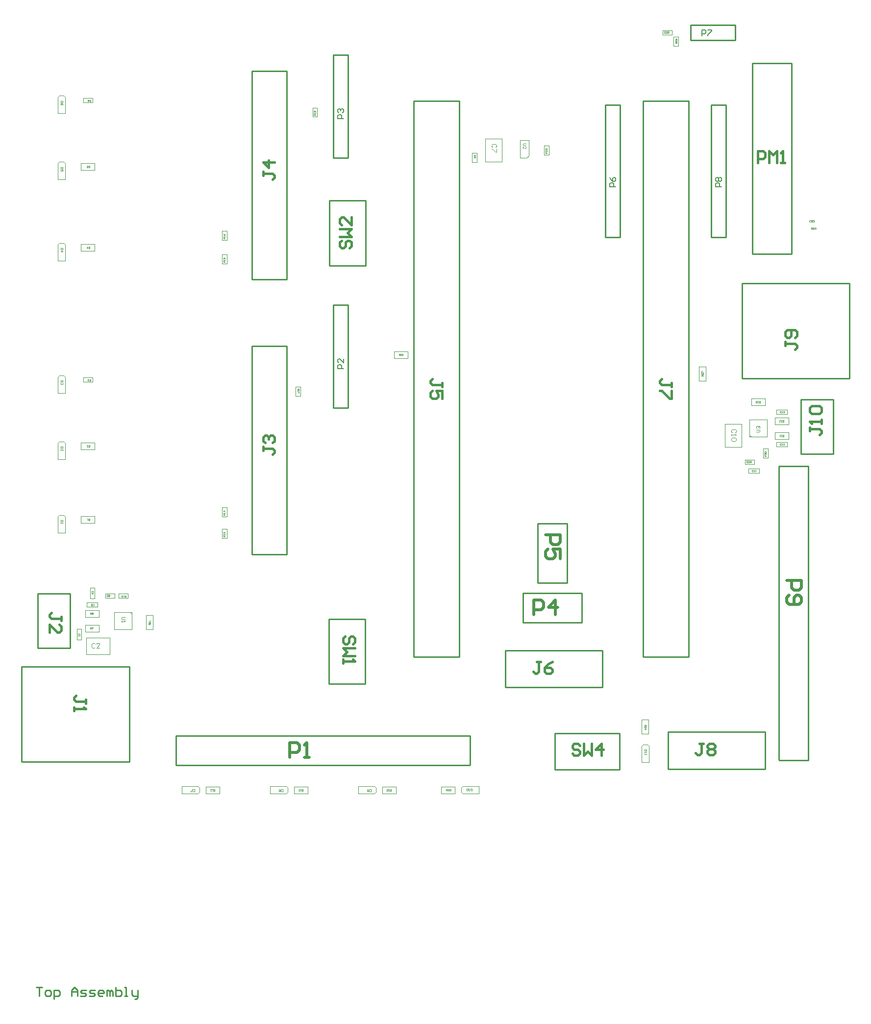
<source format=gbr>
G04 Layer_Color=16711935*
%FSLAX24Y24*%
%MOIN*%
%TF.FileFunction,Other,Top_Assembly*%
%TF.Part,Single*%
G01*
G75*
%TA.AperFunction,NonConductor*%
%ADD45C,0.0100*%
%ADD126C,0.0039*%
%ADD127C,0.0098*%
%ADD128C,0.0079*%
%ADD133C,0.0020*%
%ADD134C,0.0040*%
%ADD135C,0.0032*%
%ADD136C,0.0157*%
%ADD137C,0.0197*%
D45*
X38688Y39588D02*
X39712D01*
X38688D02*
Y48604D01*
X39712D01*
Y39588D02*
Y48604D01*
X19891Y13633D02*
X22372D01*
Y13594D02*
Y13633D01*
Y9224D02*
Y13594D01*
X19891Y9224D02*
X22372D01*
X19891D02*
Y13633D01*
X35267Y3377D02*
Y5857D01*
X35306D01*
X39676D01*
Y3377D02*
Y5857D01*
X35267Y3377D02*
X39676D01*
X21212Y44988D02*
Y51996D01*
X20188D02*
X21212D01*
X20188Y44988D02*
Y51996D01*
Y44988D02*
X21212D01*
X50488Y24012D02*
X52496D01*
Y4012D02*
Y24012D01*
X50528Y4012D02*
X52496D01*
X50488Y4051D02*
X50528Y4012D01*
X50488Y4051D02*
Y24012D01*
X34088Y16096D02*
Y20112D01*
Y16096D02*
X36096D01*
Y20112D01*
X34088D02*
X36096D01*
X-1009Y10396D02*
X6314D01*
X-1009Y3939D02*
Y10396D01*
Y3939D02*
X6314D01*
Y10396D01*
X47986Y30004D02*
Y36461D01*
X55309D01*
Y30004D02*
Y36461D01*
X47986Y30004D02*
X55309D01*
X14669Y18011D02*
Y32184D01*
X17031D01*
Y18011D02*
Y32184D01*
X14669Y18011D02*
X17031D01*
X14669Y36716D02*
X17031D01*
Y50889D01*
X14669D02*
X17031D01*
X14669Y36716D02*
Y50889D01*
X44375Y11047D02*
Y48843D01*
X41265Y11047D02*
X44375D01*
X41265D02*
Y48843D01*
X44375D01*
X25665D02*
X28775D01*
X25665Y11047D02*
Y48843D01*
Y11047D02*
X28775D01*
Y48843D01*
X31893Y8979D02*
Y11498D01*
X38507D01*
Y8979D02*
Y11498D01*
X31893Y8979D02*
X38507D01*
X42955Y3440D02*
X49569D01*
Y5960D01*
X42955D02*
X49569D01*
X42955Y3440D02*
Y5960D01*
X44488Y52988D02*
X47520D01*
Y54012D01*
X44488D02*
X47520D01*
X44488Y52988D02*
Y54012D01*
X21212Y27988D02*
Y34996D01*
X20188D02*
X21212D01*
X20188Y27988D02*
Y34996D01*
Y27988D02*
X21212D01*
X45888Y39588D02*
X46912D01*
X45888D02*
Y48604D01*
X46912D01*
Y39588D02*
Y48604D01*
X9488Y3688D02*
X29449D01*
X29488Y3728D01*
Y5696D01*
X9488D02*
X29488D01*
X9488Y3688D02*
Y5696D01*
X33088Y13388D02*
X37104D01*
Y15396D01*
X33088D02*
X37104D01*
X33088Y13388D02*
Y15396D01*
X19928Y37667D02*
X22409D01*
X19928D02*
Y37706D01*
Y42076D01*
X22409D01*
Y37667D02*
Y42076D01*
X48694Y38444D02*
Y51436D01*
X51371D01*
Y38444D02*
Y51436D01*
X48694Y38444D02*
X51371D01*
X0Y-11400D02*
X400D01*
X200D01*
Y-12000D01*
X700D02*
X900D01*
X1000Y-11900D01*
Y-11700D01*
X900Y-11600D01*
X700D01*
X600Y-11700D01*
Y-11900D01*
X700Y-12000D01*
X1200Y-12200D02*
Y-11600D01*
X1500D01*
X1599Y-11700D01*
Y-11900D01*
X1500Y-12000D01*
X1200D01*
X2399D02*
Y-11600D01*
X2599Y-11400D01*
X2799Y-11600D01*
Y-12000D01*
Y-11700D01*
X2399D01*
X2999Y-12000D02*
X3299D01*
X3399Y-11900D01*
X3299Y-11800D01*
X3099D01*
X2999Y-11700D01*
X3099Y-11600D01*
X3399D01*
X3599Y-12000D02*
X3899D01*
X3999Y-11900D01*
X3899Y-11800D01*
X3699D01*
X3599Y-11700D01*
X3699Y-11600D01*
X3999D01*
X4499Y-12000D02*
X4299D01*
X4199Y-11900D01*
Y-11700D01*
X4299Y-11600D01*
X4499D01*
X4599Y-11700D01*
Y-11800D01*
X4199D01*
X4798Y-12000D02*
Y-11600D01*
X4898D01*
X4998Y-11700D01*
Y-12000D01*
Y-11700D01*
X5098Y-11600D01*
X5198Y-11700D01*
Y-12000D01*
X5398Y-11400D02*
Y-12000D01*
X5698D01*
X5798Y-11900D01*
Y-11800D01*
Y-11700D01*
X5698Y-11600D01*
X5398D01*
X5998Y-12000D02*
X6198D01*
X6098D01*
Y-11400D01*
X5998D01*
X6498Y-11600D02*
Y-11900D01*
X6598Y-12000D01*
X6898D01*
Y-12100D01*
X6798Y-12200D01*
X6698D01*
X6898Y-12000D02*
Y-11600D01*
D126*
X41170Y5820D02*
Y6780D01*
Y5820D02*
X41630D01*
Y6780D01*
X41170D02*
X41630D01*
X27520Y1770D02*
X28480D01*
Y2230D01*
X27520D02*
X28480D01*
X27520Y1770D02*
Y2230D01*
X23520D02*
X24480D01*
X23520Y1770D02*
Y2230D01*
Y1770D02*
X24480D01*
Y2230D01*
X17520D02*
X18480D01*
X17520Y1770D02*
Y2230D01*
Y1770D02*
X18480D01*
Y2230D01*
X11520D02*
X12480D01*
X11520Y1770D02*
Y2230D01*
Y1770D02*
X12480D01*
Y2230D01*
X3020Y44630D02*
X3980D01*
X3020Y44170D02*
Y44630D01*
Y44170D02*
X3980D01*
Y44630D01*
X3020Y39130D02*
X3980D01*
X3020Y38670D02*
Y39130D01*
Y38670D02*
X3980D01*
Y39130D01*
X3020Y25630D02*
X3980D01*
X3020Y25170D02*
Y25630D01*
Y25170D02*
X3980D01*
Y25630D01*
X3020Y20630D02*
X3980D01*
X3020Y20170D02*
Y20630D01*
Y20170D02*
X3980D01*
Y20630D01*
X24320Y31368D02*
Y31828D01*
X25280D01*
Y31368D02*
Y31828D01*
X24320Y31368D02*
X25280D01*
X3320Y13770D02*
Y14230D01*
X4280D01*
Y13770D02*
Y14230D01*
X3320Y13770D02*
X4280D01*
X7470Y12920D02*
X7930D01*
X7470D02*
Y13880D01*
X7930D01*
Y12920D02*
Y13880D01*
X4160Y14450D02*
Y14750D01*
X3440Y14450D02*
X4160D01*
X3440D02*
Y14750D01*
X4160D01*
X3650Y15760D02*
X3950D01*
Y15040D02*
Y15760D01*
X3650Y15040D02*
X3950D01*
X3650D02*
Y15760D01*
X48440Y23550D02*
X49160D01*
Y23850D01*
X48440D02*
X49160D01*
X48440Y23550D02*
Y23850D01*
X50340Y25350D02*
X51060D01*
Y25650D01*
X50340D02*
X51060D01*
X50340Y25350D02*
Y25650D01*
Y27550D02*
X51060D01*
Y27850D01*
X50340D02*
X51060D01*
X50340Y27550D02*
Y27850D01*
X48620Y28630D02*
X49580D01*
X48620Y28170D02*
Y28630D01*
Y28170D02*
X49580D01*
Y28630D01*
X50215Y26330D02*
X51175D01*
X50215Y25870D02*
Y26330D01*
Y25870D02*
X51175D01*
Y26330D01*
X45530Y29820D02*
Y30780D01*
X45070D02*
X45530D01*
X45070Y29820D02*
Y30780D01*
Y29820D02*
X45530D01*
X50220Y27330D02*
X51180D01*
X50220Y26870D02*
Y27330D01*
Y26870D02*
X51180D01*
Y27330D01*
X49690Y26010D02*
Y27190D01*
X48510D02*
X49690D01*
X48510Y26010D02*
Y27190D01*
Y26010D02*
X49690D01*
X48630D02*
X48640D01*
X48510Y26130D02*
X48630Y26010D01*
X2750Y12240D02*
X3050D01*
X2750D02*
Y12960D01*
X3050D01*
Y12240D02*
Y12960D01*
X6370Y14090D02*
X6490Y13970D01*
X6360Y14090D02*
X6370D01*
X5310D02*
X6490D01*
Y12910D02*
Y14090D01*
X5310Y12910D02*
X6490D01*
X5310D02*
Y14090D01*
X3320Y12770D02*
Y13230D01*
X4280D01*
Y12770D02*
Y13230D01*
X3320Y12770D02*
X4280D01*
X32900Y46200D02*
X33500D01*
X32900Y45000D02*
Y46200D01*
Y45000D02*
X33350D01*
X33500Y45150D01*
Y46200D01*
X48964Y26350D02*
X49161D01*
X49200Y26389D01*
Y26468D01*
X49161Y26507D01*
X48964D01*
X49003Y26586D02*
X48964Y26625D01*
Y26704D01*
X49003Y26744D01*
X49043D01*
X49082Y26704D01*
Y26665D01*
Y26704D01*
X49121Y26744D01*
X49161D01*
X49200Y26704D01*
Y26625D01*
X49161Y26586D01*
X3987Y11934D02*
X3934Y11987D01*
X3829D01*
X3777Y11934D01*
Y11725D01*
X3829Y11672D01*
X3934D01*
X3987Y11725D01*
X4302Y11672D02*
X4092D01*
X4302Y11882D01*
Y11934D01*
X4249Y11987D01*
X4144D01*
X4092Y11934D01*
X47534Y26313D02*
X47587Y26366D01*
Y26471D01*
X47534Y26523D01*
X47325D01*
X47272Y26471D01*
Y26366D01*
X47325Y26313D01*
X47272Y26208D02*
Y26103D01*
Y26156D01*
X47587D01*
X47534Y26208D01*
Y25946D02*
X47587Y25894D01*
Y25789D01*
X47534Y25736D01*
X47325D01*
X47272Y25789D01*
Y25894D01*
X47325Y25946D01*
X47534D01*
X31234Y45713D02*
X31287Y45766D01*
Y45871D01*
X31234Y45923D01*
X31025D01*
X30972Y45871D01*
Y45766D01*
X31025Y45713D01*
X31287Y45608D02*
Y45398D01*
X31234D01*
X31025Y45608D01*
X30972D01*
X6036Y13750D02*
X5839D01*
X5800Y13711D01*
Y13632D01*
X5839Y13593D01*
X6036D01*
X5800Y13514D02*
Y13435D01*
Y13475D01*
X6036D01*
X5997Y13514D01*
X33297Y45950D02*
X33133D01*
X33100Y45917D01*
Y45852D01*
X33133Y45819D01*
X33297D01*
X33100Y45622D02*
Y45753D01*
X33231Y45622D01*
X33264D01*
X33297Y45655D01*
Y45720D01*
X33264Y45753D01*
D127*
X100Y11650D02*
Y15350D01*
Y11650D02*
X2300D01*
Y15350D01*
X100D02*
X2300D01*
X52000Y24850D02*
X54200D01*
X52000D02*
Y28550D01*
X54200D01*
Y24850D02*
Y28550D01*
D128*
X39397Y43013D02*
X39003D01*
Y43210D01*
X39069Y43276D01*
X39200D01*
X39266Y43210D01*
Y43013D01*
X39003Y43669D02*
X39069Y43538D01*
X39200Y43407D01*
X39331D01*
X39397Y43473D01*
Y43604D01*
X39331Y43669D01*
X39266D01*
X39200Y43604D01*
Y43407D01*
X20897Y47665D02*
X20503D01*
Y47862D01*
X20569Y47928D01*
X20700D01*
X20766Y47862D01*
Y47665D01*
X20569Y48059D02*
X20503Y48125D01*
Y48256D01*
X20569Y48321D01*
X20634D01*
X20700Y48256D01*
Y48190D01*
Y48256D01*
X20766Y48321D01*
X20831D01*
X20897Y48256D01*
Y48125D01*
X20831Y48059D01*
X45276Y53303D02*
Y53697D01*
X45472D01*
X45538Y53631D01*
Y53500D01*
X45472Y53434D01*
X45276D01*
X45669Y53697D02*
X45932D01*
Y53631D01*
X45669Y53369D01*
Y53303D01*
X20897Y30665D02*
X20503D01*
Y30862D01*
X20569Y30928D01*
X20700D01*
X20766Y30862D01*
Y30665D01*
X20897Y31321D02*
Y31059D01*
X20634Y31321D01*
X20569D01*
X20503Y31256D01*
Y31125D01*
X20569Y31059D01*
X46597Y43013D02*
X46203D01*
Y43210D01*
X46269Y43276D01*
X46400D01*
X46466Y43210D01*
Y43013D01*
X46269Y43407D02*
X46203Y43473D01*
Y43604D01*
X46269Y43669D01*
X46334D01*
X46400Y43604D01*
X46466Y43669D01*
X46531D01*
X46597Y43604D01*
Y43473D01*
X46531Y43407D01*
X46466D01*
X46400Y43473D01*
X46334Y43407D01*
X46269D01*
X46400Y43473D02*
Y43604D01*
D133*
X3185Y48743D02*
X3815D01*
X3185D02*
Y49057D01*
X3815D01*
Y48743D02*
Y49057D01*
X17957Y28785D02*
Y29415D01*
X17643Y28785D02*
X17957D01*
X17643D02*
Y29415D01*
X17957D01*
X12643Y37785D02*
X12957D01*
Y38415D01*
X12643D02*
X12957D01*
X12643Y37785D02*
Y38415D01*
X18795Y47777D02*
Y48407D01*
X19110D01*
Y47777D02*
Y48407D01*
X18795Y47777D02*
X19110D01*
X12643Y19122D02*
X12957D01*
Y19752D01*
X12643D02*
X12957D01*
X12643Y19122D02*
Y19752D01*
Y39385D02*
X12957D01*
Y40015D01*
X12643D02*
X12957D01*
X12643Y39385D02*
Y40015D01*
Y20585D02*
X12957D01*
Y21215D01*
X12643D02*
X12957D01*
X12643Y20585D02*
Y21215D01*
X34543Y45185D02*
X34857D01*
Y45815D01*
X34543D02*
X34857D01*
X34543Y45185D02*
Y45815D01*
X42585Y53657D02*
X43215D01*
Y53343D02*
Y53657D01*
X42585Y53343D02*
X43215D01*
X42585D02*
Y53657D01*
X43657Y52585D02*
Y53215D01*
X43343Y52585D02*
X43657D01*
X43343D02*
Y53215D01*
X43657D01*
X48185Y24143D02*
Y24457D01*
Y24143D02*
X48815D01*
Y24457D01*
X48185D02*
X48815D01*
X6215Y15043D02*
Y15357D01*
X5585D02*
X6215D01*
X5585Y15043D02*
Y15357D01*
Y15043D02*
X6215D01*
X49443Y24585D02*
X49757D01*
Y25215D01*
X49443D02*
X49757D01*
X49443Y24585D02*
Y25215D01*
X4685Y15043D02*
Y15357D01*
Y15043D02*
X5315D01*
Y15357D01*
X4685D02*
X5315D01*
X29643Y45315D02*
X29957D01*
X29643Y44685D02*
Y45315D01*
Y44685D02*
X29957D01*
Y45315D01*
X3185Y29743D02*
X3815D01*
X3185D02*
Y30057D01*
X3815D01*
Y29743D02*
Y30057D01*
X41350Y6430D02*
X41468D01*
Y6371D01*
X41448Y6351D01*
X41409D01*
X41389Y6371D01*
Y6430D01*
Y6391D02*
X41350Y6351D01*
Y6233D02*
Y6312D01*
X41429Y6233D01*
X41448D01*
X41468Y6253D01*
Y6292D01*
X41448Y6312D01*
X41350Y6135D02*
X41468D01*
X41409Y6194D01*
Y6115D01*
X27870Y1950D02*
Y2068D01*
X27929D01*
X27949Y2048D01*
Y2009D01*
X27929Y1989D01*
X27870D01*
X27909D02*
X27949Y1950D01*
X28067D02*
X27988D01*
X28067Y2029D01*
Y2048D01*
X28047Y2068D01*
X28008D01*
X27988Y2048D01*
X28185Y1950D02*
X28106D01*
X28185Y2029D01*
Y2048D01*
X28165Y2068D01*
X28126D01*
X28106Y2048D01*
X24130Y2050D02*
Y1932D01*
X24071D01*
X24051Y1952D01*
Y1991D01*
X24071Y2011D01*
X24130D01*
X24091D02*
X24051Y2050D01*
X23933D02*
X24012D01*
X23933Y1971D01*
Y1952D01*
X23953Y1932D01*
X23992D01*
X24012Y1952D01*
X23894D02*
X23874Y1932D01*
X23835D01*
X23815Y1952D01*
Y2030D01*
X23835Y2050D01*
X23874D01*
X23894Y2030D01*
Y1952D01*
X18130Y2050D02*
Y1932D01*
X18071D01*
X18051Y1952D01*
Y1991D01*
X18071Y2011D01*
X18130D01*
X18091D02*
X18051Y2050D01*
X18012D02*
X17973D01*
X17992D01*
Y1932D01*
X18012Y1952D01*
X17914D02*
X17894Y1932D01*
X17854D01*
X17835Y1952D01*
Y1971D01*
X17854Y1991D01*
X17835Y2011D01*
Y2030D01*
X17854Y2050D01*
X17894D01*
X17914Y2030D01*
Y2011D01*
X17894Y1991D01*
X17914Y1971D01*
Y1952D01*
X17894Y1991D02*
X17854D01*
X12130Y2050D02*
Y1932D01*
X12071D01*
X12051Y1952D01*
Y1991D01*
X12071Y2011D01*
X12130D01*
X12091D02*
X12051Y2050D01*
X12012D02*
X11973D01*
X11992D01*
Y1932D01*
X12012Y1952D01*
X11835Y2050D02*
X11914D01*
X11835Y1971D01*
Y1952D01*
X11854Y1932D01*
X11894D01*
X11914Y1952D01*
X3630Y44450D02*
Y44332D01*
X3571D01*
X3551Y44352D01*
Y44391D01*
X3571Y44411D01*
X3630D01*
X3591D02*
X3551Y44450D01*
X3433Y44332D02*
X3512D01*
Y44391D01*
X3473Y44371D01*
X3453D01*
X3433Y44391D01*
Y44430D01*
X3453Y44450D01*
X3492D01*
X3512Y44430D01*
X3630Y38950D02*
Y38832D01*
X3571D01*
X3551Y38852D01*
Y38891D01*
X3571Y38911D01*
X3630D01*
X3591D02*
X3551Y38950D01*
X3453D02*
Y38832D01*
X3512Y38891D01*
X3433D01*
X3630Y25450D02*
Y25332D01*
X3571D01*
X3551Y25352D01*
Y25391D01*
X3571Y25411D01*
X3630D01*
X3591D02*
X3551Y25450D01*
X3433D02*
X3512D01*
X3433Y25371D01*
Y25352D01*
X3453Y25332D01*
X3492D01*
X3512Y25352D01*
X3630Y20450D02*
Y20332D01*
X3571D01*
X3551Y20352D01*
Y20391D01*
X3571Y20411D01*
X3630D01*
X3591D02*
X3551Y20450D01*
X3512D02*
X3473D01*
X3492D01*
Y20332D01*
X3512Y20352D01*
X24670Y31548D02*
Y31667D01*
X24729D01*
X24749Y31647D01*
Y31607D01*
X24729Y31588D01*
X24670D01*
X24709D02*
X24749Y31548D01*
X24867D02*
X24788D01*
X24867Y31627D01*
Y31647D01*
X24847Y31667D01*
X24808D01*
X24788Y31647D01*
X24906Y31548D02*
X24945D01*
X24926D01*
Y31667D01*
X24906Y31647D01*
X3670Y13950D02*
Y14068D01*
X3729D01*
X3749Y14048D01*
Y14009D01*
X3729Y13989D01*
X3670D01*
X3709D02*
X3749Y13950D01*
X3788Y14048D02*
X3808Y14068D01*
X3847D01*
X3867Y14048D01*
Y14029D01*
X3847Y14009D01*
X3867Y13989D01*
Y13970D01*
X3847Y13950D01*
X3808D01*
X3788Y13970D01*
Y13989D01*
X3808Y14009D01*
X3788Y14029D01*
Y14048D01*
X3808Y14009D02*
X3847D01*
X7750Y13270D02*
X7632D01*
Y13329D01*
X7652Y13349D01*
X7691D01*
X7711Y13329D01*
Y13270D01*
Y13309D02*
X7750Y13349D01*
Y13388D02*
Y13427D01*
Y13408D01*
X7632D01*
X7652Y13388D01*
X7750Y13486D02*
Y13526D01*
Y13506D01*
X7632D01*
X7652Y13486D01*
X3841Y14552D02*
X3861Y14532D01*
X3900D01*
X3920Y14552D01*
Y14630D01*
X3900Y14650D01*
X3861D01*
X3841Y14630D01*
X3802Y14552D02*
X3782Y14532D01*
X3743D01*
X3723Y14552D01*
Y14571D01*
X3743Y14591D01*
X3763D01*
X3743D01*
X3723Y14611D01*
Y14630D01*
X3743Y14650D01*
X3782D01*
X3802Y14630D01*
X3848Y15441D02*
X3868Y15461D01*
Y15500D01*
X3848Y15520D01*
X3770D01*
X3750Y15500D01*
Y15461D01*
X3770Y15441D01*
X3750Y15343D02*
X3868D01*
X3809Y15402D01*
Y15323D01*
X3697Y48939D02*
Y48821D01*
X3638D01*
X3618Y48841D01*
Y48880D01*
X3638Y48900D01*
X3697D01*
X3657D02*
X3618Y48939D01*
X3500Y48821D02*
X3539Y48841D01*
X3579Y48880D01*
Y48920D01*
X3559Y48939D01*
X3520D01*
X3500Y48920D01*
Y48900D01*
X3520Y48880D01*
X3579D01*
X17761Y29297D02*
X17879D01*
Y29238D01*
X17859Y29218D01*
X17820D01*
X17800Y29238D01*
Y29297D01*
Y29257D02*
X17761Y29218D01*
Y29179D02*
Y29139D01*
Y29159D01*
X17879D01*
X17859Y29179D01*
X17879Y29080D02*
Y29002D01*
X17859D01*
X17780Y29080D01*
X17761D01*
X12839Y37903D02*
X12721D01*
Y37962D01*
X12741Y37982D01*
X12780D01*
X12800Y37962D01*
Y37903D01*
Y37943D02*
X12839Y37982D01*
Y38021D02*
Y38061D01*
Y38041D01*
X12721D01*
X12741Y38021D01*
X12721Y38198D02*
Y38120D01*
X12780D01*
X12761Y38159D01*
Y38179D01*
X12780Y38198D01*
X12820D01*
X12839Y38179D01*
Y38139D01*
X12820Y38120D01*
X18992Y47895D02*
X18874D01*
Y47954D01*
X18894Y47974D01*
X18933D01*
X18953Y47954D01*
Y47895D01*
Y47934D02*
X18992Y47974D01*
Y48013D02*
Y48052D01*
Y48033D01*
X18874D01*
X18894Y48013D01*
X18972Y48111D02*
X18992Y48131D01*
Y48170D01*
X18972Y48190D01*
X18894D01*
X18874Y48170D01*
Y48131D01*
X18894Y48111D01*
X18913D01*
X18933Y48131D01*
Y48190D01*
X12839Y19240D02*
X12721D01*
Y19299D01*
X12741Y19318D01*
X12780D01*
X12800Y19299D01*
Y19240D01*
Y19279D02*
X12839Y19318D01*
Y19358D02*
Y19397D01*
Y19378D01*
X12721D01*
X12741Y19358D01*
Y19456D02*
X12721Y19476D01*
Y19515D01*
X12741Y19535D01*
X12761D01*
X12780Y19515D01*
Y19496D01*
Y19515D01*
X12800Y19535D01*
X12820D01*
X12839Y19515D01*
Y19476D01*
X12820Y19456D01*
X12839Y39503D02*
X12721D01*
Y39562D01*
X12741Y39582D01*
X12780D01*
X12800Y39562D01*
Y39503D01*
Y39543D02*
X12839Y39582D01*
Y39621D02*
Y39661D01*
Y39641D01*
X12721D01*
X12741Y39621D01*
X12721Y39798D02*
X12741Y39759D01*
X12780Y39720D01*
X12820D01*
X12839Y39739D01*
Y39779D01*
X12820Y39798D01*
X12800D01*
X12780Y39779D01*
Y39720D01*
X12839Y20703D02*
X12721D01*
Y20762D01*
X12741Y20782D01*
X12780D01*
X12800Y20762D01*
Y20703D01*
Y20743D02*
X12839Y20782D01*
Y20821D02*
Y20861D01*
Y20841D01*
X12721D01*
X12741Y20821D01*
X12839Y20979D02*
X12721D01*
X12780Y20920D01*
Y20998D01*
X34739Y45303D02*
X34621D01*
Y45362D01*
X34641Y45382D01*
X34680D01*
X34700Y45362D01*
Y45303D01*
Y45343D02*
X34739Y45382D01*
Y45500D02*
Y45421D01*
X34661Y45500D01*
X34641D01*
X34621Y45480D01*
Y45441D01*
X34641Y45421D01*
Y45539D02*
X34621Y45559D01*
Y45598D01*
X34641Y45618D01*
X34661D01*
X34680Y45598D01*
Y45579D01*
Y45598D01*
X34700Y45618D01*
X34720D01*
X34739Y45598D01*
Y45559D01*
X34720Y45539D01*
X52889Y40759D02*
Y40641D01*
X52830D01*
X52810Y40661D01*
Y40700D01*
X52830Y40720D01*
X52889D01*
X52849D02*
X52810Y40759D01*
X52771Y40661D02*
X52751Y40641D01*
X52711D01*
X52692Y40661D01*
Y40680D01*
X52711Y40700D01*
X52731D01*
X52711D01*
X52692Y40720D01*
Y40739D01*
X52711Y40759D01*
X52751D01*
X52771Y40739D01*
X52652Y40661D02*
X52633Y40641D01*
X52593D01*
X52574Y40661D01*
Y40680D01*
X52593Y40700D01*
X52613D01*
X52593D01*
X52574Y40720D01*
Y40739D01*
X52593Y40759D01*
X52633D01*
X52652Y40739D01*
X42703Y53461D02*
Y53579D01*
X42762D01*
X42782Y53559D01*
Y53520D01*
X42762Y53500D01*
X42703D01*
X42743D02*
X42782Y53461D01*
X42900D02*
X42821D01*
X42900Y53539D01*
Y53559D01*
X42880Y53579D01*
X42841D01*
X42821Y53559D01*
X43018Y53579D02*
X42939D01*
Y53520D01*
X42979Y53539D01*
X42998D01*
X43018Y53520D01*
Y53480D01*
X42998Y53461D01*
X42959D01*
X42939Y53480D01*
X43461Y53097D02*
X43579D01*
Y53038D01*
X43559Y53018D01*
X43520D01*
X43500Y53038D01*
Y53097D01*
Y53057D02*
X43461Y53018D01*
Y52900D02*
Y52979D01*
X43539Y52900D01*
X43559D01*
X43579Y52920D01*
Y52959D01*
X43559Y52979D01*
X43579Y52782D02*
X43559Y52821D01*
X43520Y52861D01*
X43480D01*
X43461Y52841D01*
Y52802D01*
X43480Y52782D01*
X43500D01*
X43520Y52802D01*
Y52861D01*
X48759Y23748D02*
X48739Y23768D01*
X48700D01*
X48680Y23748D01*
Y23670D01*
X48700Y23650D01*
X48739D01*
X48759Y23670D01*
X48798Y23650D02*
X48837D01*
X48818D01*
Y23768D01*
X48798Y23748D01*
X48896Y23650D02*
X48936D01*
X48916D01*
Y23768D01*
X48896Y23748D01*
X50659Y25548D02*
X50639Y25568D01*
X50600D01*
X50580Y25548D01*
Y25470D01*
X50600Y25450D01*
X50639D01*
X50659Y25470D01*
X50698Y25450D02*
X50737D01*
X50718D01*
Y25568D01*
X50698Y25548D01*
X50875Y25450D02*
X50796D01*
X50875Y25529D01*
Y25548D01*
X50855Y25568D01*
X50816D01*
X50796Y25548D01*
X50659Y27748D02*
X50639Y27768D01*
X50600D01*
X50580Y27748D01*
Y27670D01*
X50600Y27650D01*
X50639D01*
X50659Y27670D01*
X50698Y27650D02*
X50737D01*
X50718D01*
Y27768D01*
X50698Y27748D01*
X50796D02*
X50816Y27768D01*
X50855D01*
X50875Y27748D01*
Y27729D01*
X50855Y27709D01*
X50836D01*
X50855D01*
X50875Y27689D01*
Y27670D01*
X50855Y27650D01*
X50816D01*
X50796Y27670D01*
X49230Y28450D02*
Y28332D01*
X49171D01*
X49151Y28352D01*
Y28391D01*
X49171Y28411D01*
X49230D01*
X49191D02*
X49151Y28450D01*
X49033D02*
X49112D01*
X49033Y28371D01*
Y28352D01*
X49053Y28332D01*
X49092D01*
X49112Y28352D01*
X48994Y28430D02*
X48974Y28450D01*
X48935D01*
X48915Y28430D01*
Y28352D01*
X48935Y28332D01*
X48974D01*
X48994Y28352D01*
Y28371D01*
X48974Y28391D01*
X48915D01*
X50825Y26150D02*
Y26032D01*
X50766D01*
X50747Y26052D01*
Y26091D01*
X50766Y26111D01*
X50825D01*
X50786D02*
X50747Y26150D01*
X50707Y26052D02*
X50688Y26032D01*
X50648D01*
X50628Y26052D01*
Y26071D01*
X50648Y26091D01*
X50668D01*
X50648D01*
X50628Y26111D01*
Y26130D01*
X50648Y26150D01*
X50688D01*
X50707Y26130D01*
X50589Y26150D02*
X50550D01*
X50569D01*
Y26032D01*
X50589Y26052D01*
X45350Y30170D02*
X45232D01*
Y30229D01*
X45252Y30249D01*
X45291D01*
X45311Y30229D01*
Y30170D01*
Y30209D02*
X45350Y30249D01*
Y30367D02*
Y30288D01*
X45271Y30367D01*
X45252D01*
X45232Y30347D01*
Y30308D01*
X45252Y30288D01*
X45232Y30406D02*
Y30485D01*
X45252D01*
X45330Y30406D01*
X45350D01*
X50830Y27150D02*
Y27032D01*
X50771D01*
X50751Y27052D01*
Y27091D01*
X50771Y27111D01*
X50830D01*
X50791D02*
X50751Y27150D01*
X50712Y27052D02*
X50692Y27032D01*
X50653D01*
X50633Y27052D01*
Y27071D01*
X50653Y27091D01*
X50673D01*
X50653D01*
X50633Y27111D01*
Y27130D01*
X50653Y27150D01*
X50692D01*
X50712Y27130D01*
X50515Y27150D02*
X50594D01*
X50515Y27071D01*
Y27052D01*
X50535Y27032D01*
X50574D01*
X50594Y27052D01*
X48303Y24261D02*
Y24379D01*
X48362D01*
X48382Y24359D01*
Y24320D01*
X48362Y24300D01*
X48303D01*
X48343D02*
X48382Y24261D01*
X48500D02*
X48421D01*
X48500Y24339D01*
Y24359D01*
X48480Y24379D01*
X48441D01*
X48421Y24359D01*
X48539D02*
X48559Y24379D01*
X48598D01*
X48618Y24359D01*
Y24339D01*
X48598Y24320D01*
X48618Y24300D01*
Y24280D01*
X48598Y24261D01*
X48559D01*
X48539Y24280D01*
Y24300D01*
X48559Y24320D01*
X48539Y24339D01*
Y24359D01*
X48559Y24320D02*
X48598D01*
X6097Y15239D02*
Y15121D01*
X6038D01*
X6018Y15141D01*
Y15180D01*
X6038Y15200D01*
X6097D01*
X6057D02*
X6018Y15239D01*
X5979D02*
X5939D01*
X5959D01*
Y15121D01*
X5979Y15141D01*
X5880D02*
X5861Y15121D01*
X5821D01*
X5802Y15141D01*
Y15220D01*
X5821Y15239D01*
X5861D01*
X5880Y15220D01*
Y15141D01*
X49639Y24703D02*
X49521D01*
Y24762D01*
X49541Y24782D01*
X49580D01*
X49600Y24762D01*
Y24703D01*
Y24743D02*
X49639Y24782D01*
X49541Y24821D02*
X49521Y24841D01*
Y24880D01*
X49541Y24900D01*
X49561D01*
X49580Y24880D01*
Y24861D01*
Y24880D01*
X49600Y24900D01*
X49620D01*
X49639Y24880D01*
Y24841D01*
X49620Y24821D01*
X49541Y24939D02*
X49521Y24959D01*
Y24998D01*
X49541Y25018D01*
X49620D01*
X49639Y24998D01*
Y24959D01*
X49620Y24939D01*
X49541D01*
X4803Y15161D02*
Y15279D01*
X4862D01*
X4882Y15259D01*
Y15220D01*
X4862Y15200D01*
X4803D01*
X4843D02*
X4882Y15161D01*
X4921Y15180D02*
X4941Y15161D01*
X4980D01*
X5000Y15180D01*
Y15259D01*
X4980Y15279D01*
X4941D01*
X4921Y15259D01*
Y15239D01*
X4941Y15220D01*
X5000D01*
X2852Y12559D02*
X2832Y12539D01*
Y12500D01*
X2852Y12480D01*
X2930D01*
X2950Y12500D01*
Y12539D01*
X2930Y12559D01*
X2950Y12598D02*
Y12637D01*
Y12618D01*
X2832D01*
X2852Y12598D01*
X29859Y45118D02*
X29879Y45138D01*
Y45177D01*
X29859Y45197D01*
X29780D01*
X29761Y45177D01*
Y45138D01*
X29780Y45118D01*
X29879Y45000D02*
X29859Y45039D01*
X29820Y45079D01*
X29780D01*
X29761Y45059D01*
Y45020D01*
X29780Y45000D01*
X29800D01*
X29820Y45020D01*
Y45079D01*
X52711Y40141D02*
Y40259D01*
X52770D01*
X52790Y40239D01*
Y40200D01*
X52770Y40180D01*
X52711D01*
X52751D02*
X52790Y40141D01*
X52829Y40239D02*
X52849Y40259D01*
X52889D01*
X52908Y40239D01*
Y40220D01*
X52889Y40200D01*
X52869D01*
X52889D01*
X52908Y40180D01*
Y40161D01*
X52889Y40141D01*
X52849D01*
X52829Y40161D01*
X53007Y40141D02*
Y40259D01*
X52948Y40200D01*
X53026D01*
X3697Y29939D02*
Y29821D01*
X3638D01*
X3618Y29841D01*
Y29880D01*
X3638Y29900D01*
X3697D01*
X3657D02*
X3618Y29939D01*
X3579Y29841D02*
X3559Y29821D01*
X3520D01*
X3500Y29841D01*
Y29861D01*
X3520Y29880D01*
X3539D01*
X3520D01*
X3500Y29900D01*
Y29920D01*
X3520Y29939D01*
X3559D01*
X3579Y29920D01*
X3670Y12950D02*
Y13068D01*
X3729D01*
X3749Y13048D01*
Y13009D01*
X3729Y12989D01*
X3670D01*
X3709D02*
X3749Y12950D01*
X3788Y13068D02*
X3867D01*
Y13048D01*
X3788Y12970D01*
Y12950D01*
D134*
X1450Y48015D02*
X1950D01*
Y49115D01*
X1850Y49215D02*
X1950Y49115D01*
X1550Y49215D02*
X1850D01*
X1450Y49115D02*
X1550Y49215D01*
X1450Y48015D02*
Y49115D01*
Y19500D02*
X1950D01*
Y20600D01*
X1850Y20700D02*
X1950Y20600D01*
X1550Y20700D02*
X1850D01*
X1450Y20600D02*
X1550Y20700D01*
X1450Y19500D02*
Y20600D01*
Y38000D02*
X1950D01*
Y39100D01*
X1850Y39200D02*
X1950Y39100D01*
X1550Y39200D02*
X1850D01*
X1450Y39100D02*
X1550Y39200D01*
X1450Y38000D02*
Y39100D01*
Y24500D02*
X1950D01*
Y25600D01*
X1850Y25700D02*
X1950Y25600D01*
X1550Y25700D02*
X1850D01*
X1450Y25600D02*
X1550Y25700D01*
X1450Y24500D02*
Y25600D01*
Y43515D02*
X1950D01*
Y44615D01*
X1850Y44715D02*
X1950Y44615D01*
X1550Y44715D02*
X1850D01*
X1450Y44615D02*
X1550Y44715D01*
X1450Y43515D02*
Y44615D01*
X41150Y3900D02*
X41650D01*
Y5000D01*
X41550Y5100D02*
X41650Y5000D01*
X41250Y5100D02*
X41550D01*
X41150Y5000D02*
X41250Y5100D01*
X41150Y3900D02*
Y5000D01*
X30100Y1750D02*
Y2250D01*
X29000D02*
X30100D01*
X28900Y2150D02*
X29000Y2250D01*
X28900Y1850D02*
Y2150D01*
Y1850D02*
X29000Y1750D01*
X30100D01*
X21900D02*
Y2250D01*
Y1750D02*
X23000D01*
X23100Y1850D01*
Y2150D01*
X23000Y2250D02*
X23100Y2150D01*
X21900Y2250D02*
X23000D01*
X15900Y1750D02*
Y2250D01*
Y1750D02*
X17000D01*
X17100Y1850D01*
Y2150D01*
X17000Y2250D02*
X17100Y2150D01*
X15900Y2250D02*
X17000D01*
X9900Y1750D02*
Y2250D01*
Y1750D02*
X11000D01*
X11100Y1850D01*
Y2150D01*
X11000Y2250D02*
X11100Y2150D01*
X9900Y2250D02*
X11000D01*
X1450Y29000D02*
X1950D01*
Y30100D01*
X1850Y30200D02*
X1950Y30100D01*
X1550Y30200D02*
X1850D01*
X1450Y30100D02*
X1550Y30200D01*
X1450Y29000D02*
Y30100D01*
D135*
X3413Y11229D02*
X4987D01*
Y12371D01*
X3413D02*
X4987D01*
X3413Y11229D02*
Y12371D01*
X46829Y25313D02*
Y26887D01*
Y25313D02*
X47971D01*
Y26887D01*
X46829D02*
X47971D01*
X30529Y44713D02*
Y46287D01*
Y44713D02*
X31671D01*
Y46287D01*
X30529D02*
X31671D01*
X1807Y48865D02*
X1650D01*
Y48786D01*
X1676Y48760D01*
X1781D01*
X1807Y48786D01*
Y48865D01*
Y48603D02*
X1781Y48655D01*
X1729Y48708D01*
X1676D01*
X1650Y48681D01*
Y48629D01*
X1676Y48603D01*
X1702D01*
X1729Y48629D01*
Y48708D01*
X1807Y20350D02*
X1650D01*
Y20271D01*
X1676Y20245D01*
X1781D01*
X1807Y20271D01*
Y20350D01*
X1650Y20193D02*
Y20140D01*
Y20166D01*
X1807D01*
X1781Y20193D01*
X1807Y38850D02*
X1650D01*
Y38771D01*
X1676Y38745D01*
X1781D01*
X1807Y38771D01*
Y38850D01*
X1650Y38614D02*
X1807D01*
X1729Y38693D01*
Y38588D01*
X1807Y25350D02*
X1650D01*
Y25271D01*
X1676Y25245D01*
X1781D01*
X1807Y25271D01*
Y25350D01*
X1650Y25088D02*
Y25193D01*
X1755Y25088D01*
X1781D01*
X1807Y25114D01*
Y25166D01*
X1781Y25193D01*
X1807Y44365D02*
X1650D01*
Y44286D01*
X1676Y44260D01*
X1781D01*
X1807Y44286D01*
Y44365D01*
Y44103D02*
Y44208D01*
X1729D01*
X1755Y44155D01*
Y44129D01*
X1729Y44103D01*
X1676D01*
X1650Y44129D01*
Y44181D01*
X1676Y44208D01*
X41507Y4750D02*
X41350D01*
Y4671D01*
X41376Y4645D01*
X41481D01*
X41507Y4671D01*
Y4750D01*
X41350Y4593D02*
Y4540D01*
Y4566D01*
X41507D01*
X41481Y4593D01*
X41350Y4461D02*
Y4409D01*
Y4435D01*
X41507D01*
X41481Y4461D01*
X29250Y2107D02*
Y1950D01*
X29329D01*
X29355Y1976D01*
Y2081D01*
X29329Y2107D01*
X29250D01*
X29407Y1950D02*
X29460D01*
X29434D01*
Y2107D01*
X29407Y2081D01*
X29539D02*
X29565Y2107D01*
X29617D01*
X29644Y2081D01*
Y1976D01*
X29617Y1950D01*
X29565D01*
X29539Y1976D01*
Y2081D01*
X22750Y1893D02*
Y2050D01*
X22671D01*
X22645Y2024D01*
Y1919D01*
X22671Y1893D01*
X22750D01*
X22593Y2024D02*
X22566Y2050D01*
X22514D01*
X22488Y2024D01*
Y1919D01*
X22514Y1893D01*
X22566D01*
X22593Y1919D01*
Y1945D01*
X22566Y1971D01*
X22488D01*
X16750Y1893D02*
Y2050D01*
X16671D01*
X16645Y2024D01*
Y1919D01*
X16671Y1893D01*
X16750D01*
X16593Y1919D02*
X16566Y1893D01*
X16514D01*
X16488Y1919D01*
Y1945D01*
X16514Y1971D01*
X16488Y1998D01*
Y2024D01*
X16514Y2050D01*
X16566D01*
X16593Y2024D01*
Y1998D01*
X16566Y1971D01*
X16593Y1945D01*
Y1919D01*
X16566Y1971D02*
X16514D01*
X10750Y1893D02*
Y2050D01*
X10671D01*
X10645Y2024D01*
Y1919D01*
X10671Y1893D01*
X10750D01*
X10593D02*
X10488D01*
Y1919D01*
X10593Y2024D01*
Y2050D01*
X1807Y29850D02*
X1650D01*
Y29771D01*
X1676Y29745D01*
X1781D01*
X1807Y29771D01*
Y29850D01*
X1781Y29693D02*
X1807Y29666D01*
Y29614D01*
X1781Y29588D01*
X1755D01*
X1729Y29614D01*
Y29640D01*
Y29614D01*
X1702Y29588D01*
X1676D01*
X1650Y29614D01*
Y29666D01*
X1676Y29693D01*
D136*
X21532Y11927D02*
X21663Y12058D01*
Y12321D01*
X21532Y12452D01*
X21400D01*
X21269Y12321D01*
Y12058D01*
X21138Y11927D01*
X21007D01*
X20876Y12058D01*
Y12321D01*
X21007Y12452D01*
X21663Y11665D02*
X20876D01*
X21138Y11402D01*
X20876Y11140D01*
X21663D01*
X20876Y10878D02*
Y10615D01*
Y10746D01*
X21663D01*
X21532Y10878D01*
X36973Y5017D02*
X36842Y5149D01*
X36579D01*
X36448Y5017D01*
Y4886D01*
X36579Y4755D01*
X36842D01*
X36973Y4624D01*
Y4493D01*
X36842Y4361D01*
X36579D01*
X36448Y4493D01*
X37235Y5149D02*
Y4361D01*
X37498Y4624D01*
X37760Y4361D01*
Y5149D01*
X38416Y4361D02*
Y5149D01*
X38022Y4755D01*
X38547D01*
X3361Y7903D02*
Y8165D01*
Y8034D01*
X2705D01*
X2574Y8165D01*
Y8296D01*
X2705Y8428D01*
X2574Y7640D02*
Y7378D01*
Y7509D01*
X3361D01*
X3230Y7640D01*
X50939Y32497D02*
Y32235D01*
Y32366D01*
X51595D01*
X51726Y32235D01*
Y32104D01*
X51595Y31972D01*
Y32760D02*
X51726Y32891D01*
Y33153D01*
X51595Y33284D01*
X51070D01*
X50939Y33153D01*
Y32891D01*
X51070Y32760D01*
X51201D01*
X51332Y32891D01*
Y33284D01*
X15417Y25347D02*
Y25084D01*
Y25216D01*
X16073D01*
X16204Y25084D01*
Y24953D01*
X16073Y24822D01*
X15548Y25609D02*
X15417Y25740D01*
Y26003D01*
X15548Y26134D01*
X15679D01*
X15810Y26003D01*
Y25872D01*
Y26003D01*
X15942Y26134D01*
X16073D01*
X16204Y26003D01*
Y25740D01*
X16073Y25609D01*
X15417Y44052D02*
Y43789D01*
Y43920D01*
X16073D01*
X16204Y43789D01*
Y43658D01*
X16073Y43527D01*
X16204Y44707D02*
X15417D01*
X15810Y44314D01*
Y44839D01*
X43193Y29420D02*
Y29683D01*
Y29551D01*
X42537D01*
X42406Y29683D01*
Y29814D01*
X42537Y29945D01*
X43193Y29158D02*
Y28633D01*
X43062D01*
X42537Y29158D01*
X42406D01*
X27593Y29420D02*
Y29683D01*
Y29551D01*
X26937D01*
X26806Y29683D01*
Y29814D01*
X26937Y29945D01*
X27593Y28633D02*
Y29158D01*
X27200D01*
X27331Y28895D01*
Y28764D01*
X27200Y28633D01*
X26937D01*
X26806Y28764D01*
Y29027D01*
X26937Y29158D01*
X34307Y10711D02*
X34045D01*
X34176D01*
Y10055D01*
X34045Y9924D01*
X33914D01*
X33783Y10055D01*
X35095Y10711D02*
X34832Y10580D01*
X34570Y10317D01*
Y10055D01*
X34701Y9924D01*
X34963D01*
X35095Y10055D01*
Y10186D01*
X34963Y10317D01*
X34570D01*
X45370Y5172D02*
X45107D01*
X45238D01*
Y4516D01*
X45107Y4385D01*
X44976D01*
X44845Y4516D01*
X45632Y5041D02*
X45763Y5172D01*
X46026D01*
X46157Y5041D01*
Y4910D01*
X46026Y4779D01*
X46157Y4647D01*
Y4516D01*
X46026Y4385D01*
X45763D01*
X45632Y4516D01*
Y4647D01*
X45763Y4779D01*
X45632Y4910D01*
Y5041D01*
X45763Y4779D02*
X46026D01*
X1687Y13525D02*
Y13788D01*
Y13656D01*
X1031D01*
X900Y13788D01*
Y13919D01*
X1031Y14050D01*
X900Y12738D02*
Y13263D01*
X1425Y12738D01*
X1556D01*
X1687Y12869D01*
Y13132D01*
X1556Y13263D01*
X52613Y26675D02*
Y26412D01*
Y26544D01*
X53269D01*
X53400Y26412D01*
Y26281D01*
X53269Y26150D01*
X53400Y26937D02*
Y27200D01*
Y27068D01*
X52613D01*
X52744Y26937D01*
Y27593D02*
X52613Y27724D01*
Y27987D01*
X52744Y28118D01*
X53269D01*
X53400Y27987D01*
Y27724D01*
X53269Y27593D01*
X52744D01*
X20768Y39373D02*
X20637Y39242D01*
Y38979D01*
X20768Y38848D01*
X20900D01*
X21031Y38979D01*
Y39242D01*
X21162Y39373D01*
X21293D01*
X21424Y39242D01*
Y38979D01*
X21293Y38848D01*
X20637Y39635D02*
X21424D01*
X21162Y39898D01*
X21424Y40160D01*
X20637D01*
X21424Y40947D02*
Y40422D01*
X20900Y40947D01*
X20768D01*
X20637Y40816D01*
Y40554D01*
X20768Y40422D01*
X49048Y44664D02*
Y45451D01*
X49442D01*
X49573Y45320D01*
Y45058D01*
X49442Y44927D01*
X49048D01*
X49835Y44664D02*
Y45451D01*
X50098Y45189D01*
X50360Y45451D01*
Y44664D01*
X50622D02*
X50885D01*
X50754D01*
Y45451D01*
X50622Y45320D01*
D137*
X51039Y16256D02*
X52023D01*
Y15764D01*
X51859Y15600D01*
X51531D01*
X51367Y15764D01*
Y16256D01*
X51203Y15272D02*
X51039Y15108D01*
Y14780D01*
X51203Y14616D01*
X51859D01*
X52023Y14780D01*
Y15108D01*
X51859Y15272D01*
X51695D01*
X51531Y15108D01*
Y14616D01*
X34639Y19364D02*
X35623D01*
Y18872D01*
X35459Y18708D01*
X35131D01*
X34967Y18872D01*
Y19364D01*
X35623Y17724D02*
Y18380D01*
X35131D01*
X35295Y18052D01*
Y17888D01*
X35131Y17724D01*
X34803D01*
X34639Y17888D01*
Y18216D01*
X34803Y18380D01*
X17244Y4239D02*
Y5223D01*
X17736D01*
X17900Y5059D01*
Y4731D01*
X17736Y4567D01*
X17244D01*
X18228Y4239D02*
X18556D01*
X18392D01*
Y5223D01*
X18228Y5059D01*
X33836Y13939D02*
Y14923D01*
X34328D01*
X34492Y14759D01*
Y14431D01*
X34328Y14267D01*
X33836D01*
X35312Y13939D02*
Y14923D01*
X34820Y14431D01*
X35476D01*
%TF.MD5,cb2c08ca7f38b9b5525c3b6cb8602391*%
M02*

</source>
